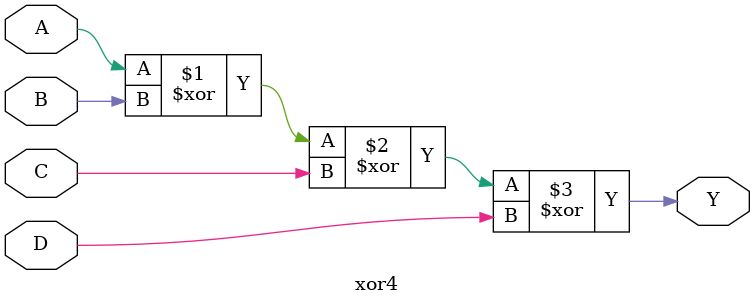
<source format=v>

module xor4 (Y, A, B, C, D);
    output Y;
    input A;
    input B;
    input C;
    input D;

xor (Y, A, B, C, D);

endmodule

</source>
